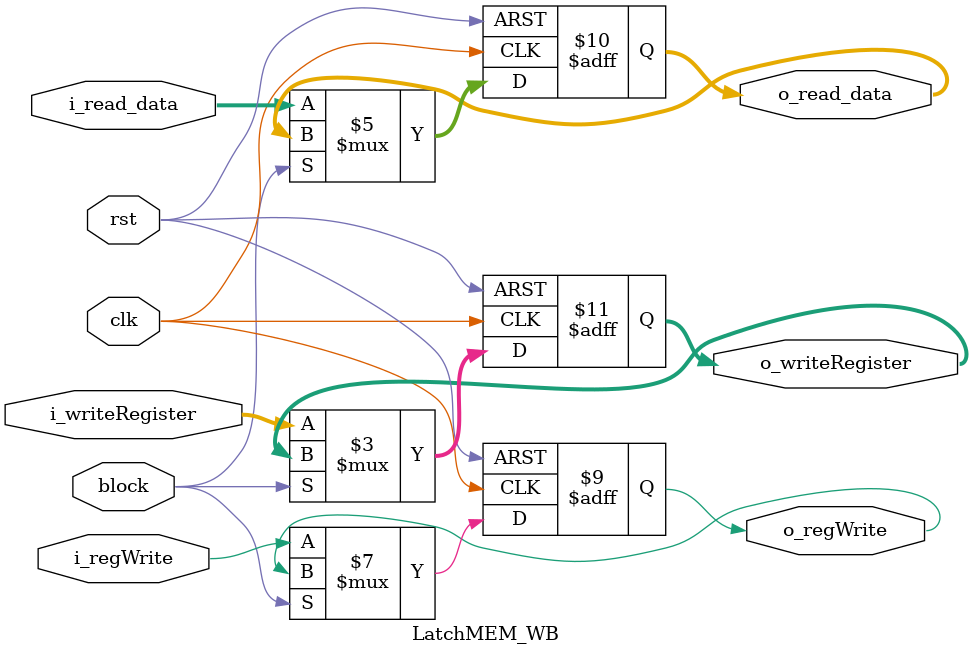
<source format=v>
module LatchMEM_WB (
    input wire clk,
    input wire rst,
    input wire block,

    input wire [31:0] i_read_data, // dato leído de la memoria
 
    input wire [4:0] i_writeRegister, // dirección del registro a escribir

    // señales de control
    input wire i_regWrite,

    output reg o_regWrite,
    output reg [31:0] o_read_data,
    
    output reg [4:0] o_writeRegister
);

always @(posedge clk or posedge rst) begin
    if (rst) begin
        o_read_data <= 32'h00000000;
        o_writeRegister <= 5'h00;
        o_regWrite <= 1'b0;

    end else if (!block) begin // En caso de que el bit de bloqueo no esté activado, acciono el latch
        o_read_data <= i_read_data;
        o_writeRegister <= i_writeRegister;
        o_regWrite <= i_regWrite;
    end
end

endmodule

</source>
